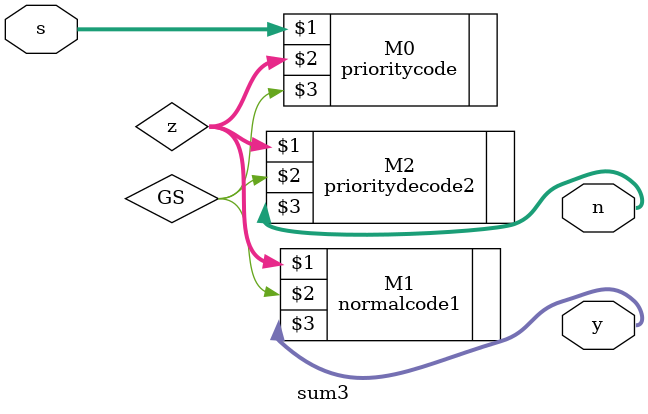
<source format=v>
`timescale 1ns / 1ps


module sum3(
    input [9:0] s,
    output [9:0] y,
    output [6:0] n 
    );
   wire  [3:0] z;
   wire GS;
   prioritycode M0 (s[9:0],z[3:0],GS);
   normalcode1 M1(z[3:0],GS,y[9:0]);
   prioritydecode2 M2(z[3:0],GS,n[6:0]);
endmodule

</source>
